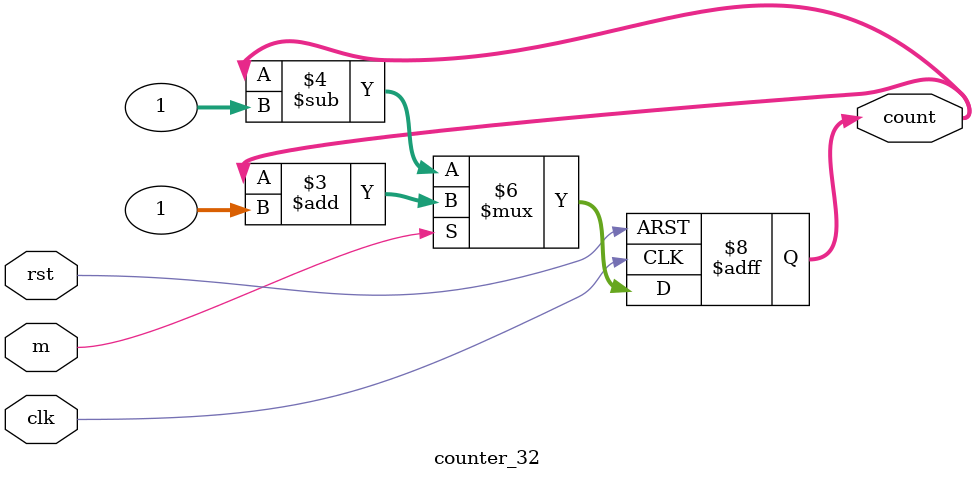
<source format=v>
`timescale 1ns/1ps

module counter_32(clk, rst, m, count);
input clk, rst, m;
output reg [31:0] count;
always @(posedge clk or negedge rst)
begin
	if (!rst)
		count <= 0;
	else if (m)
		count <= count + 1;
	else
		count <= count - 1;
	end
endmodule

</source>
